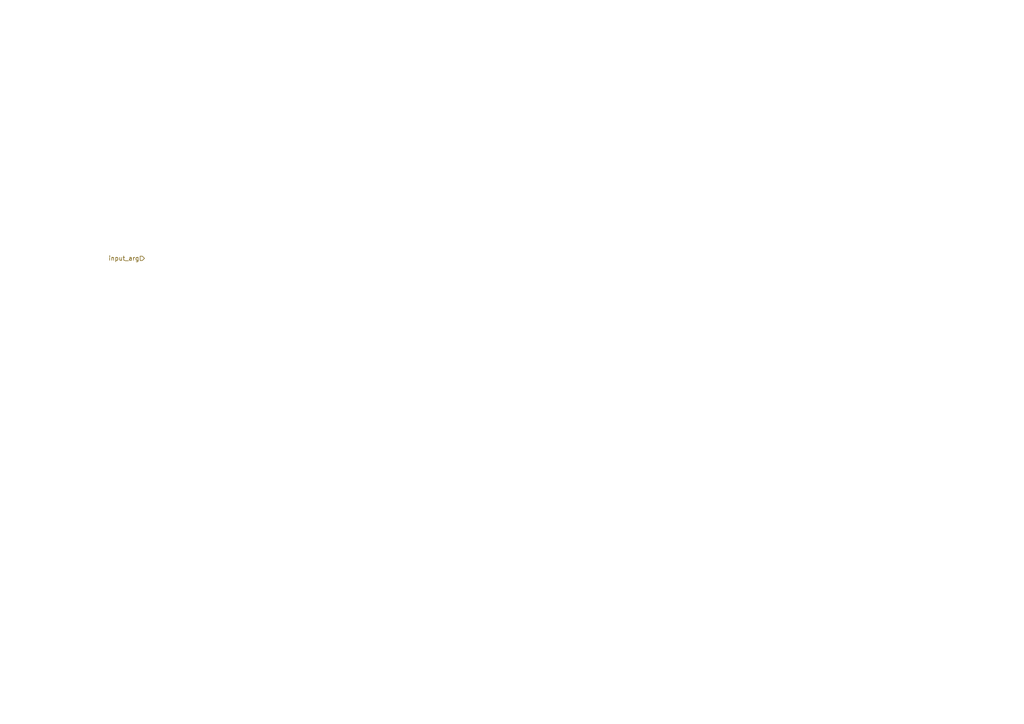
<source format=kicad_sch>
(kicad_sch (version 20230121) (generator eeschema)
  (paper "A4")
  (lib_symbols)
  (hierarchical_label "input_arg" (shape input) (at 41.91 74.93 180))
)
</source>
